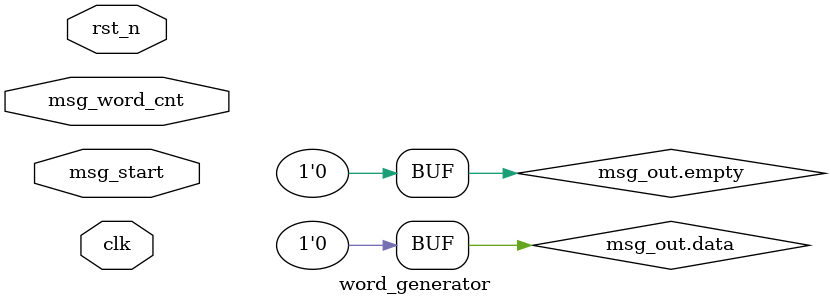
<source format=sv>
module word_generator #(
	parameter int DATA_WIDTH 		= 128,
	parameter int WORD_COUNTER_SIZE = 8
)(
	input logic clk,
	input logic rst_n,
	
	avalon_st_if.master 					msg_out,

	input 	logic [WORD_COUNTER_SIZE-1:0] 	msg_word_cnt,
	input 	logic 							msg_start
);

logic [WORD_COUNTER_SIZE-1:0] 	curr_cntr; // Word counter
logic 							cntr_act;  // Counter active

assign msg_out.empty 	= {$bits(msg_out.empty){1'b0}}; // Empty always 0
assign msg_out.valid 	= cntr_act; 					// Valid is when creating message
assign msg_out.data 	= {DATA_WIDTH{1'b0}};			// Data always 0

always_comb begin : proc_async
	msg_out.sop = (curr_cntr == {WORD_COUNTER_SIZE{1'b0}});			// SOP when counter starts
	msg_out.eop = (curr_cntr == msg_word_cnt - 1'b1) & cntr_act; 	// EOP when counter ends
end

always_ff @(posedge clk or negedge rst_n) begin : proc_sync
	if(~rst_n) begin
		cntr_act 	<= 1'b0;
		curr_cntr 	<= {WORD_COUNTER_SIZE{1'b0}};
	end else begin
		// Signals the generator to start
		if (msg_start) begin
			cntr_act <= 1'b1;
		end
		// Advances or stops the counter
		if (msg_out.valid & msg_out.ready) begin
			if (msg_out.eop) begin
				curr_cntr 	<= {WORD_COUNTER_SIZE{1'b0}};
				cntr_act 	<= 1'b0;
			end else begin
				curr_cntr 	<= curr_cntr + 1'b1;
			end
		end
	end
end

endmodule
</source>
